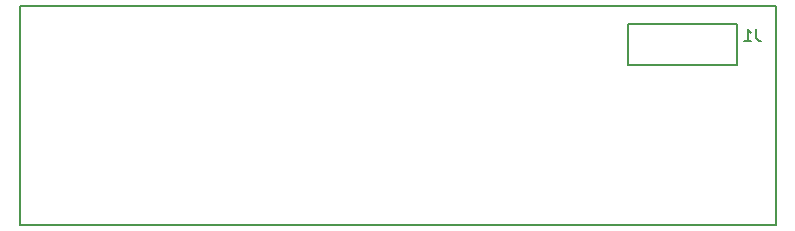
<source format=gbo>
G04 #@! TF.FileFunction,Legend,Bot*
%FSLAX46Y46*%
G04 Gerber Fmt 4.6, Leading zero omitted, Abs format (unit mm)*
G04 Created by KiCad (PCBNEW 4.0.6+dfsg1-1) date Mon Oct 16 00:48:50 2017*
%MOMM*%
%LPD*%
G01*
G04 APERTURE LIST*
%ADD10C,0.100000*%
%ADD11C,0.150000*%
G04 APERTURE END LIST*
D10*
D11*
X181000000Y-127500000D02*
X181000000Y-109000000D01*
X117000000Y-127500000D02*
X181000000Y-127500000D01*
X117000000Y-109000000D02*
X117000000Y-127500000D01*
X181000000Y-109000000D02*
X117000000Y-109000000D01*
X170000000Y-114000000D02*
X168500000Y-114000000D01*
X168500000Y-114000000D02*
X168500000Y-110500000D01*
X168500000Y-110500000D02*
X177750000Y-110500000D01*
X177750000Y-110500000D02*
X177750000Y-114000000D01*
X177750000Y-114000000D02*
X170000000Y-114000000D01*
X179333333Y-110952381D02*
X179333333Y-111666667D01*
X179380953Y-111809524D01*
X179476191Y-111904762D01*
X179619048Y-111952381D01*
X179714286Y-111952381D01*
X178333333Y-111952381D02*
X178904762Y-111952381D01*
X178619048Y-111952381D02*
X178619048Y-110952381D01*
X178714286Y-111095238D01*
X178809524Y-111190476D01*
X178904762Y-111238095D01*
M02*

</source>
